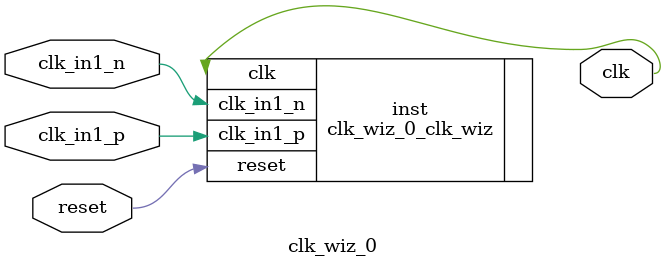
<source format=v>


`timescale 1ps/1ps

(* CORE_GENERATION_INFO = "clk_wiz_0,clk_wiz_v6_0_11_0_0,{component_name=clk_wiz_0,use_phase_alignment=true,use_min_o_jitter=false,use_max_i_jitter=false,use_dyn_phase_shift=false,use_inclk_switchover=false,use_dyn_reconfig=false,enable_axi=0,feedback_source=FDBK_AUTO,PRIMITIVE=MMCM,num_out_clk=1,clkin1_period=5.000,clkin2_period=10.0,use_power_down=false,use_reset=true,use_locked=false,use_inclk_stopped=false,feedback_type=SINGLE,CLOCK_MGR_TYPE=NA,manual_override=false}" *)

module clk_wiz_0 
 (
  // Clock out ports
  output        clk,
  // Status and control signals
  input         reset,
 // Clock in ports
  input         clk_in1_p,
  input         clk_in1_n
 );

  clk_wiz_0_clk_wiz inst
  (
  // Clock out ports  
  .clk(clk),
  // Status and control signals               
  .reset(reset), 
 // Clock in ports
  .clk_in1_p(clk_in1_p),
  .clk_in1_n(clk_in1_n)
  );

endmodule

</source>
